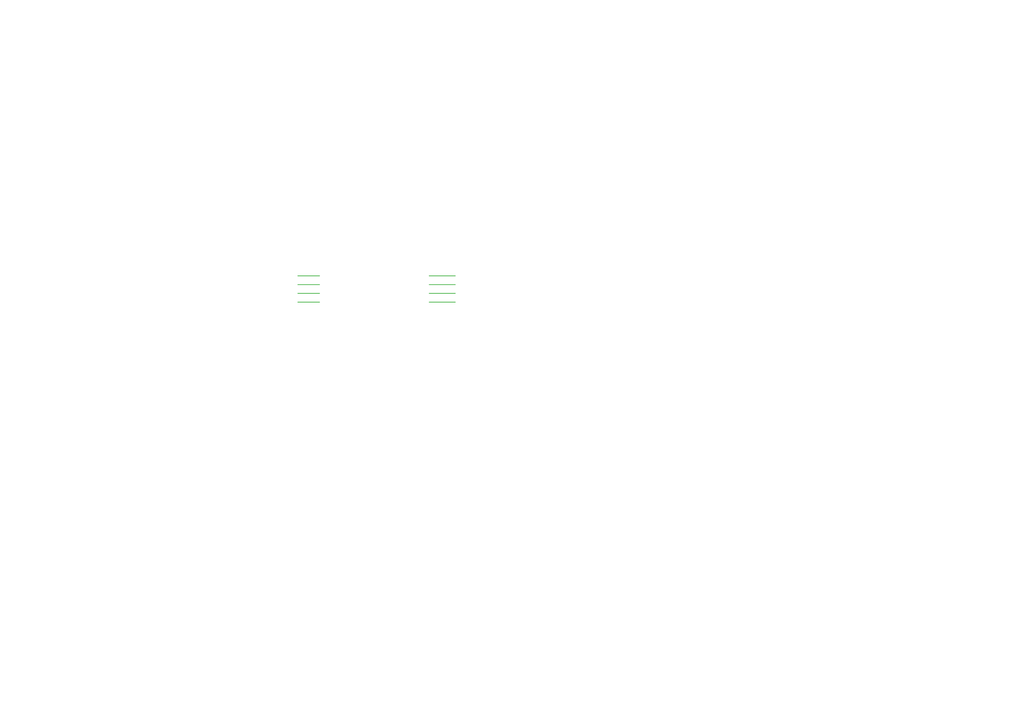
<source format=kicad_sch>
(kicad_sch (version 20230121) (generator eeschema)
  (paper "A4")
  (title_block (title "U-PDFN-8 Breakout Board") (date "2017-06-30"))
  (lib_symbols)
  (wire (pts (xy 86.36 87.63) (xy 92.71 87.63)))
  (wire (pts (xy 86.36 82.55) (xy 92.71 82.55)))
  (wire (pts (xy 124.46 85.09) (xy 132.08 85.09)))
  (wire (pts (xy 124.46 87.63) (xy 132.08 87.63)))
  (wire (pts (xy 124.46 80.01) (xy 132.08 80.01)))
  (wire (pts (xy 86.36 85.09) (xy 92.71 85.09)))
  (wire (pts (xy 86.36 80.01) (xy 92.71 80.01)))
  (wire (pts (xy 124.46 82.55) (xy 132.08 82.55)))
  (symbol (lib_id "MT29F4G01ADAGDWB") (at 106.68 82.55 0) (unit 1)
    (property "Reference" "U1" (at 108.585 72.7202 0) (effects (font (size 1.524 1.524))))
    (property "Value" "MT29F4G01ADAGDWB" (at 108.585 75.4126 0) (effects (font (size 1.524 1.524))))
    (property "Footprint" "toroid-kicad:U-PDFN-8" (effects hide))
  )
  (symbol (lib_id "CONN_01X04") (at 137.16 83.82 0) (mirror x) (unit 1)
    (property "Reference" "J2" (at 135.0772 74.295 0))
    (property "Value" "CONN_01X04" (at 135.0772 76.6064 0))
    (property "Footprint" "Pin_Headers:Pin_Header_Straight_1x04_Pitch2.54mm" (effects hide))
  )
  (symbol (lib_id "CONN_01X04") (at 81.28 83.82 180) (unit 1)
    (property "Reference" "J1" (at 83.3374 74.295 0))
    (property "Value" "CONN_01X04" (at 83.3374 76.6064 0))
    (property "Footprint" "Pin_Headers:Pin_Header_Straight_1x04_Pitch2.54mm" (effects hide))
  )
)
</source>
